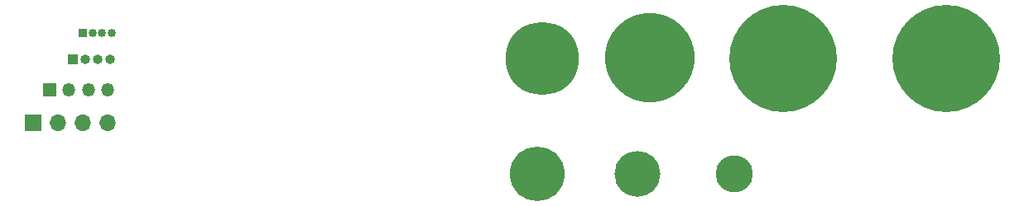
<source format=gbs>
G04 #@! TF.GenerationSoftware,KiCad,Pcbnew,8.0.5*
G04 #@! TF.CreationDate,2024-09-12T21:57:31+02:00*
G04 #@! TF.ProjectId,Ruler_IPRL_KiCad,52756c65-725f-4495-9052-4c5f4b694361,rev?*
G04 #@! TF.SameCoordinates,Original*
G04 #@! TF.FileFunction,Soldermask,Bot*
G04 #@! TF.FilePolarity,Negative*
%FSLAX46Y46*%
G04 Gerber Fmt 4.6, Leading zero omitted, Abs format (unit mm)*
G04 Created by KiCad (PCBNEW 8.0.5) date 2024-09-12 21:57:31*
%MOMM*%
%LPD*%
G01*
G04 APERTURE LIST*
%ADD10R,0.850000X0.850000*%
%ADD11O,0.850000X0.850000*%
%ADD12R,1.000000X1.000000*%
%ADD13O,1.000000X1.000000*%
%ADD14C,7.500000*%
%ADD15C,11.000000*%
%ADD16C,4.700000*%
%ADD17C,3.800000*%
%ADD18R,1.350000X1.350000*%
%ADD19O,1.350000X1.350000*%
%ADD20C,5.600000*%
%ADD21R,1.700000X1.700000*%
%ADD22O,1.700000X1.700000*%
%ADD23C,9.200000*%
G04 APERTURE END LIST*
D10*
X136000000Y-93010000D03*
D11*
X137000000Y-93010000D03*
X138000000Y-93010000D03*
X139000000Y-93010000D03*
D12*
X135020000Y-95740000D03*
D13*
X136290000Y-95740000D03*
X137560000Y-95740000D03*
X138830000Y-95740000D03*
D14*
X183050000Y-95650000D03*
D15*
X207675000Y-95625000D03*
D16*
X192730000Y-107542500D03*
D17*
X202660000Y-107500000D03*
D15*
X224300000Y-95625000D03*
D18*
X132600000Y-98870000D03*
D19*
X134600000Y-98870000D03*
X136600000Y-98870000D03*
X138600000Y-98870000D03*
D20*
X182470000Y-107500000D03*
D21*
X130900000Y-102220000D03*
D22*
X133440000Y-102220000D03*
X135980000Y-102220000D03*
X138520000Y-102220000D03*
D23*
X194000000Y-95525000D03*
M02*

</source>
